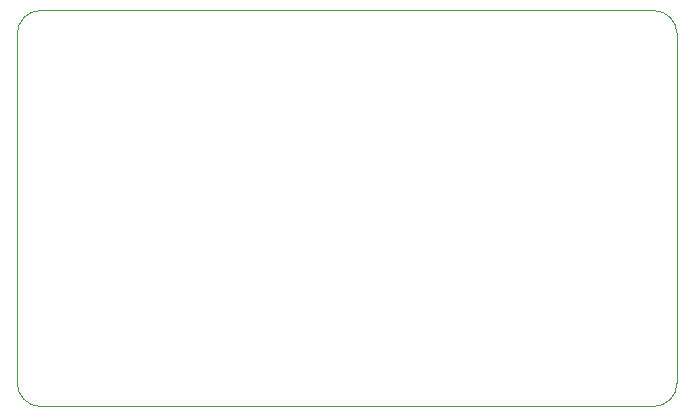
<source format=gbr>
%TF.GenerationSoftware,KiCad,Pcbnew,7.0.6*%
%TF.CreationDate,2023-07-24T13:39:50-06:00*%
%TF.ProjectId,PuyoPuya,5075796f-5075-4796-912e-6b696361645f,rev?*%
%TF.SameCoordinates,Original*%
%TF.FileFunction,Profile,NP*%
%FSLAX46Y46*%
G04 Gerber Fmt 4.6, Leading zero omitted, Abs format (unit mm)*
G04 Created by KiCad (PCBNEW 7.0.6) date 2023-07-24 13:39:50*
%MOMM*%
%LPD*%
G01*
G04 APERTURE LIST*
%TA.AperFunction,Profile*%
%ADD10C,0.100000*%
%TD*%
G04 APERTURE END LIST*
D10*
X162084000Y-46735914D02*
X110204000Y-46735914D01*
X162083998Y-80264086D02*
G75*
G03*
X164084086Y-78264000I2J2000086D01*
G01*
X108203914Y-78263998D02*
G75*
G03*
X110204000Y-80264086I2000086J-2D01*
G01*
X108203912Y-48736000D02*
X108203912Y-78263998D01*
X164084086Y-48736002D02*
G75*
G03*
X162084000Y-46735914I-2000086J2D01*
G01*
X110204000Y-80264086D02*
X162083998Y-80264086D01*
X164084086Y-78264000D02*
X164084086Y-48736002D01*
X110204000Y-46735912D02*
G75*
G03*
X108203912Y-48736000I0J-2000088D01*
G01*
M02*

</source>
